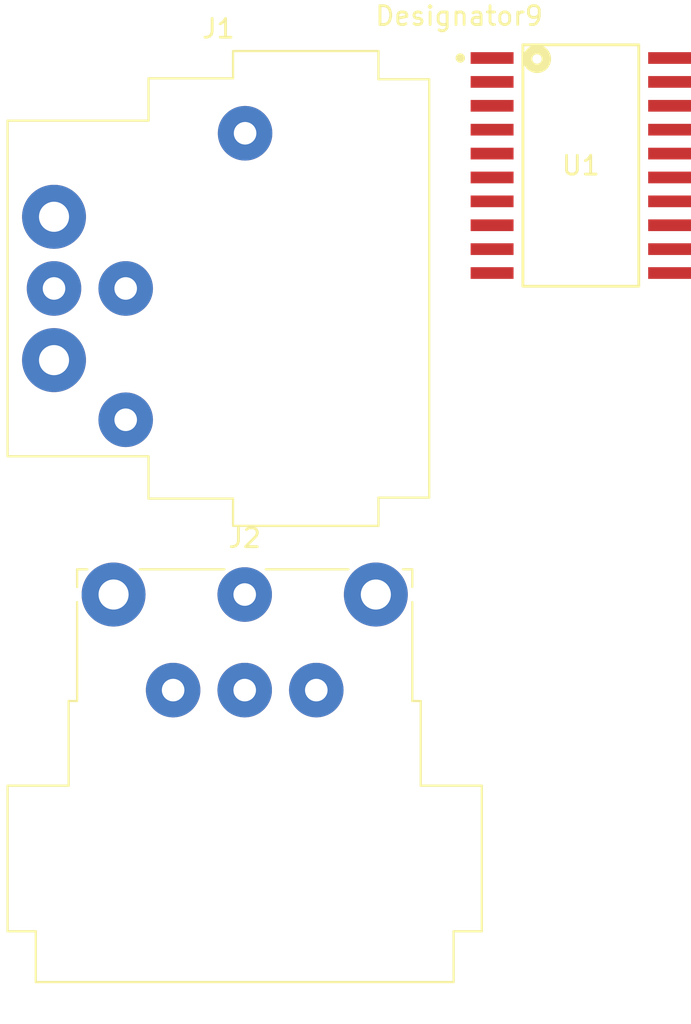
<source format=kicad_pcb>
(kicad_pcb (version 20240108) (generator "pcbnew") (generator_version "8.0")
  (layers (0 "F.Cu" signal) (31 "B.Cu" signal) (34 "B.Paste" user) (35 "F.Paste" user) (36 "B.SilkS" user "B.Silkscreen") (37 "F.SilkS" user "F.Silkscreen") (38 "B.Mask" user) (39 "F.Mask" user) (44 "Edge.Cuts" user))
  (net 0 "")
  (net 13 "GNDREF")
  (net 14 "GND")
  (net 16 "B")
  (net 19 "A")
  (footprint "Connector_Audio:Jack_XLR_Neutrik_NC5MBH-B_Horizontal" (layer "F.Cu") (at 111.638 105.918)
    (property "Reference" "J2" (at 6.98 -3 0) (layer "F.SilkS"))
    (property "Value" "XLR5_Ground")
    (fp_line (start -5.64 10.16) (end -2.39 10.16) (stroke (width 0.12)) (layer "F.SilkS"))
    (fp_line (start -5.64 17.9) (end -5.64 10.16) (stroke (width 0.12)) (layer "F.SilkS"))
    (fp_line (start -4.14 17.9) (end -5.64 17.9) (stroke (width 0.12)) (layer "F.SilkS"))
    (fp_line (start -4.14 17.9) (end -4.14 20.6) (stroke (width 0.12)) (layer "F.SilkS"))
    (fp_line (start -2.39 10.16) (end -2.39 5.66) (stroke (width 0.12)) (layer "F.SilkS"))
    (fp_line (start -1.94 -1.34) (end -1.94 -0.4) (stroke (width 0.12)) (layer "F.SilkS"))
    (fp_line (start -1.94 -1.34) (end -1.4 -1.34) (stroke (width 0.12)) (layer "F.SilkS"))
    (fp_line (start -1.94 5.66) (end -2.39 5.66) (stroke (width 0.12)) (layer "F.SilkS"))
    (fp_line (start -1.94 5.66) (end -1.94 0.4) (stroke (width 0.12)) (layer "F.SilkS"))
    (fp_line (start 5.9 -1.34) (end 1.4 -1.34) (stroke (width 0.12)) (layer "F.SilkS"))
    (fp_line (start 12.5 -1.34) (end 8.1 -1.34) (stroke (width 0.12)) (layer "F.SilkS"))
    (fp_line (start 15.9 -1.34) (end 15.4 -1.34) (stroke (width 0.12)) (layer "F.SilkS"))
    (fp_line (start 15.9 -1.34) (end 15.9 -0.4) (stroke (width 0.12)) (layer "F.SilkS"))
    (fp_line (start 15.9 5.66) (end 15.9 0.4) (stroke (width 0.12)) (layer "F.SilkS"))
    (fp_line (start 15.9 5.66) (end 16.35 5.66) (stroke (width 0.12)) (layer "F.SilkS"))
    (fp_line (start 16.35 10.16) (end 16.35 5.66) (stroke (width 0.12)) (layer "F.SilkS"))
    (fp_line (start 16.35 10.16) (end 19.6 10.16) (stroke (width 0.12)) (layer "F.SilkS"))
    (fp_line (start 18.1 17.9) (end 18.1 20.6) (stroke (width 0.12)) (layer "F.SilkS"))
    (fp_line (start 18.1 20.6) (end -4.14 20.6) (stroke (width 0.12)) (layer "F.SilkS"))
    (fp_line (start 19.6 17.9) (end 18.1 17.9) (stroke (width 0.12)) (layer "F.SilkS"))
    (fp_line (start 19.6 17.9) (end 19.6 10.16) (stroke (width 0.12)) (layer "F.SilkS"))
    (pad "" np_thru_hole circle (at 3.17 8.89) (size 1.6 1.6) (drill 1.6) (layers "*.Cu" "*.Mask"))
    (pad "" np_thru_hole circle (at 10.79 13.97) (size 1.6 1.6) (drill 1.6) (layers "*.Cu" "*.Mask"))
    (pad "1" thru_hole circle (at 0 0) (size 3.4 3.4) (drill 1.6) (layers "*.Cu" "*.Mask"))
    (pad "2" thru_hole circle (at 3.17 5.08) (size 2.9 2.9) (drill 1.2) (layers "*.Cu" "*.Mask"))
    (pad "3" thru_hole circle (at 6.98 0) (size 2.9 2.9) (drill 1.2) (layers "*.Cu" "*.Mask"))
    (pad "4" thru_hole circle (at 10.79 5.08) (size 2.9 2.9) (drill 1.2) (layers "*.Cu" "*.Mask"))
    (pad "5" thru_hole circle (at 13.96 0) (size 3.4 3.4) (drill 1.6) (layers "*.Cu" "*.Mask"))
    (pad "G" thru_hole circle (at 6.98 5.08) (size 2.9 2.9) (drill 1.2) (layers "*.Cu" "*.Mask"))
  )
  (footprint "TI:DFM0020A-IPC_A" (layer "F.Cu") (at 136.509889 83.113001)
    (property "Reference" "U1" (at 0 0 0) (layer "F.SilkS"))
    (property "Value" "ISOW1412DFMR")
    (fp_line (start -3.08341 -6.415001) (end 3.08341 -6.415001) (stroke (width 0.15)) (layer "F.SilkS"))
    (fp_line (start -3.08341 6.415001) (end -3.08341 -6.415001) (stroke (width 0.15)) (layer "F.SilkS"))
    (fp_line (start -3.08341 6.415001) (end 3.08341 6.415001) (stroke (width 0.15)) (layer "F.SilkS"))
    (fp_line (start 3.08341 6.415001) (end 3.08341 -6.415001) (stroke (width 0.15)) (layer "F.SilkS"))
    (fp_circle (center -6.416888 -5.715) (end -6.291887 -5.715) (stroke (width 0.25)) (fill none) (layer "F.SilkS"))
    (fp_circle (center -2.333409 -5.665) (end -2.08341 -5.665) (stroke (width 0.5)) (fill none) (layer "F.SilkS"))
    (fp_text user "Designator9" (at -6.477 -7.9502 0) (layer "F.SilkS"))
    (pad "1" smd rect (at -4.725149 -5.715) (size 2.283478 0.622132) (layers "F.Cu" "F.Paste" "F.Mask"))
    (pad "2" smd rect (at -4.725149 -4.445) (size 2.283478 0.622132) (layers "F.Cu" "F.Paste" "F.Mask"))
    (pad "3" smd rect (at -4.725149 -3.175) (size 2.283478 0.622132) (layers "F.Cu" "F.Paste" "F.Mask"))
    (pad "4" smd rect (at -4.725149 -1.905) (size 2.283478 0.622132) (layers "F.Cu" "F.Paste" "F.Mask"))
    (pad "5" smd rect (at -4.725149 -0.635) (size 2.283478 0.622132) (layers "F.Cu" "F.Paste" "F.Mask"))
    (pad "6" smd rect (at -4.725149 0.635) (size 2.283478 0.622132) (layers "F.Cu" "F.Paste" "F.Mask") (net 14 "GND"))
    (pad "7" smd rect (at -4.725149 1.905) (size 2.283478 0.622132) (layers "F.Cu" "F.Paste" "F.Mask"))
    (pad "8" smd rect (at -4.725149 3.175) (size 2.283478 0.622132) (layers "F.Cu" "F.Paste" "F.Mask"))
    (pad "9" smd rect (at -4.725149 4.445) (size 2.283478 0.622132) (layers "F.Cu" "F.Paste" "F.Mask"))
    (pad "10" smd rect (at -4.725149 5.715) (size 2.283478 0.622132) (layers "F.Cu" "F.Paste" "F.Mask") (net 14 "GND"))
    (pad "11" smd rect (at 4.725149 5.715) (size 2.283478 0.622132) (layers "F.Cu" "F.Paste" "F.Mask") (net 13 "GNDREF"))
    (pad "12" smd rect (at 4.725149 4.445) (size 2.283478 0.622132) (layers "F.Cu" "F.Paste" "F.Mask"))
    (pad "13" smd rect (at 4.725149 3.175) (size 2.283478 0.622132) (layers "F.Cu" "F.Paste" "F.Mask"))
    (pad "14" smd rect (at 4.725149 1.905) (size 2.283478 0.622132) (layers "F.Cu" "F.Paste" "F.Mask"))
    (pad "15" smd rect (at 4.725149 0.635) (size 2.283478 0.622132) (layers "F.Cu" "F.Paste" "F.Mask") (net 13 "GNDREF"))
    (pad "16" smd rect (at 4.725149 -0.635) (size 2.283478 0.622132) (layers "F.Cu" "F.Paste" "F.Mask"))
    (pad "17" smd rect (at 4.725149 -1.905) (size 2.283478 0.622132) (layers "F.Cu" "F.Paste" "F.Mask"))
    (pad "18" smd rect (at 4.725149 -3.175) (size 2.283478 0.622132) (layers "F.Cu" "F.Paste" "F.Mask"))
    (pad "19" smd rect (at 4.725149 -4.445) (size 2.283478 0.622132) (layers "F.Cu" "F.Paste" "F.Mask") (net 16 "B"))
    (pad "20" smd rect (at 4.725149 -5.715) (size 2.283478 0.622132) (layers "F.Cu" "F.Paste" "F.Mask") (net 19 "A"))
  )
  (footprint "Connector_Audio:Jack_XLR_Neutrik_NC5FBH-B_Horizontal" (layer "F.Cu") (at 108.468 85.838)
    (property "Reference" "J1" (at 8.75 -10 0) (layer "F.SilkS"))
    (property "Value" "XLR5_Ground")
    (fp_line (start -2.47 -5.11) (end -2.47 12.73) (stroke (width 0.12)) (layer "F.SilkS"))
    (fp_line (start 5.03 -5.11) (end -2.47 -5.11) (stroke (width 0.12)) (layer "F.SilkS"))
    (fp_line (start 5.03 -5.11) (end 5.03 -7.36) (stroke (width 0.12)) (layer "F.SilkS"))
    (fp_line (start 5.03 12.73) (end -2.47 12.73) (stroke (width 0.12)) (layer "F.SilkS"))
    (fp_line (start 5.03 12.73) (end 5.03 14.98) (stroke (width 0.12)) (layer "F.SilkS"))
    (fp_line (start 9.53 -7.36) (end 5.03 -7.36) (stroke (width 0.12)) (layer "F.SilkS"))
    (fp_line (start 9.53 -7.36) (end 9.53 -8.81) (stroke (width 0.12)) (layer "F.SilkS"))
    (fp_line (start 9.53 14.98) (end 5.03 14.98) (stroke (width 0.12)) (layer "F.SilkS"))
    (fp_line (start 9.53 16.43) (end 9.53 14.98) (stroke (width 0.12)) (layer "F.SilkS"))
    (fp_line (start 17.27 -8.81) (end 9.53 -8.81) (stroke (width 0.12)) (layer "F.SilkS"))
    (fp_line (start 17.27 -8.81) (end 17.27 -7.31) (stroke (width 0.12)) (layer "F.SilkS"))
    (fp_line (start 17.27 -7.31) (end 19.97 -7.31) (stroke (width 0.12)) (layer "F.SilkS"))
    (fp_line (start 17.27 14.93) (end 17.27 16.43) (stroke (width 0.12)) (layer "F.SilkS"))
    (fp_line (start 17.27 14.93) (end 19.97 14.93) (stroke (width 0.12)) (layer "F.SilkS"))
    (fp_line (start 17.27 16.43) (end 9.53 16.43) (stroke (width 0.12)) (layer "F.SilkS"))
    (fp_line (start 19.97 -7.31) (end 19.97 14.93) (stroke (width 0.12)) (layer "F.SilkS"))
    (pad "" np_thru_hole circle (at 8.26 7.62) (size 1.6 1.6) (drill 1.6) (layers "*.Cu" "*.Mask"))
    (pad "" np_thru_hole circle (at 13.34 0) (size 1.6 1.6) (drill 1.6) (layers "*.Cu" "*.Mask"))
    (pad "1" thru_hole circle (at 0 0) (size 3.4 3.4) (drill 1.6) (layers "*.Cu" "*.Mask"))
    (pad "2" thru_hole circle (at 3.815 3.81) (size 2.9 2.9) (drill 1.2) (layers "*.Cu" "*.Mask"))
    (pad "3" thru_hole circle (at 0 3.81) (size 2.9 2.9) (drill 1.2) (layers "*.Cu" "*.Mask"))
    (pad "4" thru_hole circle (at 3.815 10.79) (size 2.9 2.9) (drill 1.2) (layers "*.Cu" "*.Mask"))
    (pad "5" thru_hole circle (at 0 7.62) (size 3.4 3.4) (drill 1.6) (layers "*.Cu" "*.Mask"))
    (pad "G" thru_hole circle (at 10.17 -4.44) (size 2.9 2.9) (drill 1.2) (layers "*.Cu" "*.Mask"))
  )
)
</source>
